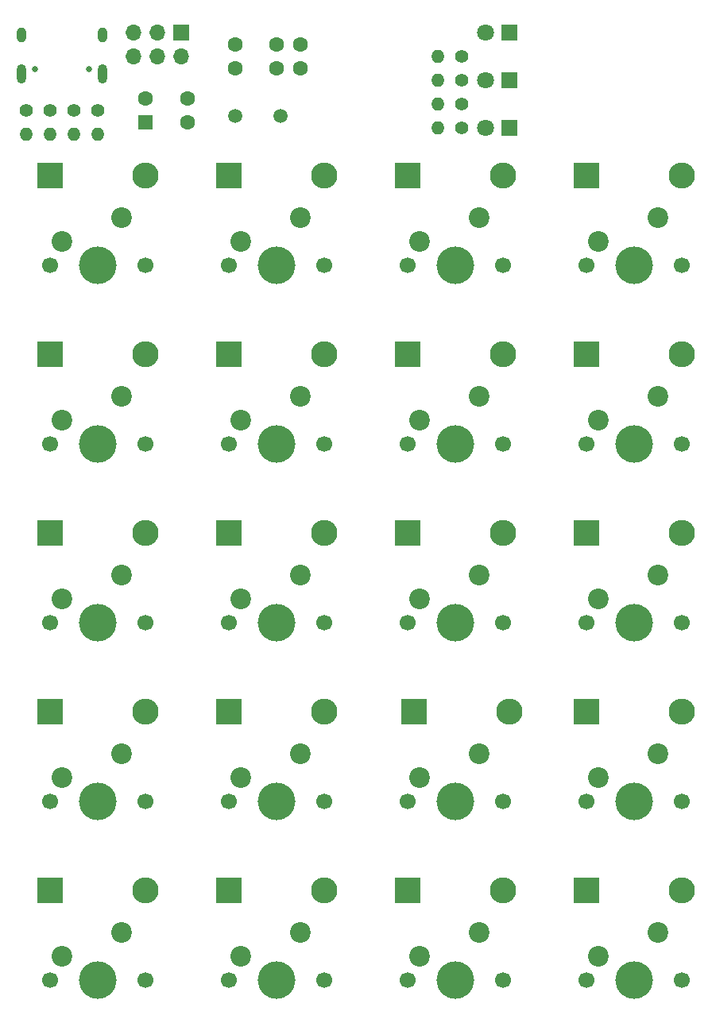
<source format=gbs>
G04 #@! TF.GenerationSoftware,KiCad,Pcbnew,(5.1.10)-1*
G04 #@! TF.CreationDate,2021-12-06T16:20:35+09:00*
G04 #@! TF.ProjectId,20keypad,32306b65-7970-4616-942e-6b696361645f,rev?*
G04 #@! TF.SameCoordinates,Original*
G04 #@! TF.FileFunction,Soldermask,Bot*
G04 #@! TF.FilePolarity,Negative*
%FSLAX46Y46*%
G04 Gerber Fmt 4.6, Leading zero omitted, Abs format (unit mm)*
G04 Created by KiCad (PCBNEW (5.1.10)-1) date 2021-12-06 16:20:35*
%MOMM*%
%LPD*%
G01*
G04 APERTURE LIST*
%ADD10C,1.800000*%
%ADD11R,1.800000X1.800000*%
%ADD12O,1.400000X1.400000*%
%ADD13C,1.400000*%
%ADD14C,1.700000*%
%ADD15C,4.000000*%
%ADD16C,2.200000*%
%ADD17O,2.800000X2.800000*%
%ADD18R,2.800000X2.800000*%
%ADD19C,1.600000*%
%ADD20R,1.600000X1.600000*%
%ADD21O,1.000000X2.100000*%
%ADD22C,0.650000*%
%ADD23O,1.000000X1.600000*%
%ADD24C,1.500000*%
%ADD25O,1.700000X1.700000*%
%ADD26R,1.700000X1.700000*%
G04 APERTURE END LIST*
D10*
X76200000Y-35560000D03*
D11*
X78740000Y-35560000D03*
D10*
X76200000Y-40640000D03*
D11*
X78740000Y-40640000D03*
D10*
X76200000Y-45720000D03*
D11*
X78740000Y-45720000D03*
D12*
X71120000Y-40640000D03*
D13*
X73660000Y-40640000D03*
D12*
X71120000Y-43180000D03*
D13*
X73660000Y-43180000D03*
D12*
X71120000Y-45720000D03*
D13*
X73660000Y-45720000D03*
D14*
X40005000Y-136525000D03*
X29845000Y-136525000D03*
D15*
X34925000Y-136525000D03*
D16*
X31115000Y-133985000D03*
X37465000Y-131445000D03*
D14*
X59055000Y-136525000D03*
X48895000Y-136525000D03*
D15*
X53975000Y-136525000D03*
D16*
X50165000Y-133985000D03*
X56515000Y-131445000D03*
D14*
X78105000Y-136525000D03*
X67945000Y-136525000D03*
D15*
X73025000Y-136525000D03*
D16*
X69215000Y-133985000D03*
X75565000Y-131445000D03*
D14*
X97155000Y-136525000D03*
X86995000Y-136525000D03*
D15*
X92075000Y-136525000D03*
D16*
X88265000Y-133985000D03*
X94615000Y-131445000D03*
D14*
X40005000Y-117475000D03*
X29845000Y-117475000D03*
D15*
X34925000Y-117475000D03*
D16*
X31115000Y-114935000D03*
X37465000Y-112395000D03*
D14*
X59055000Y-117475000D03*
X48895000Y-117475000D03*
D15*
X53975000Y-117475000D03*
D16*
X50165000Y-114935000D03*
X56515000Y-112395000D03*
D14*
X78105000Y-117475000D03*
X67945000Y-117475000D03*
D15*
X73025000Y-117475000D03*
D16*
X69215000Y-114935000D03*
X75565000Y-112395000D03*
D14*
X97155000Y-117475000D03*
X86995000Y-117475000D03*
D15*
X92075000Y-117475000D03*
D16*
X88265000Y-114935000D03*
X94615000Y-112395000D03*
D14*
X40005000Y-98425000D03*
X29845000Y-98425000D03*
D15*
X34925000Y-98425000D03*
D16*
X31115000Y-95885000D03*
X37465000Y-93345000D03*
D14*
X59055000Y-98425000D03*
X48895000Y-98425000D03*
D15*
X53975000Y-98425000D03*
D16*
X50165000Y-95885000D03*
X56515000Y-93345000D03*
D14*
X78105000Y-98425000D03*
X67945000Y-98425000D03*
D15*
X73025000Y-98425000D03*
D16*
X69215000Y-95885000D03*
X75565000Y-93345000D03*
D14*
X97155000Y-98425000D03*
X86995000Y-98425000D03*
D15*
X92075000Y-98425000D03*
D16*
X88265000Y-95885000D03*
X94615000Y-93345000D03*
D14*
X40005000Y-79375000D03*
X29845000Y-79375000D03*
D15*
X34925000Y-79375000D03*
D16*
X31115000Y-76835000D03*
X37465000Y-74295000D03*
D14*
X59055000Y-79375000D03*
X48895000Y-79375000D03*
D15*
X53975000Y-79375000D03*
D16*
X50165000Y-76835000D03*
X56515000Y-74295000D03*
D14*
X78105000Y-79375000D03*
X67945000Y-79375000D03*
D15*
X73025000Y-79375000D03*
D16*
X69215000Y-76835000D03*
X75565000Y-74295000D03*
D14*
X97155000Y-79375000D03*
X86995000Y-79375000D03*
D15*
X92075000Y-79375000D03*
D16*
X88265000Y-76835000D03*
X94615000Y-74295000D03*
D14*
X40005000Y-60325000D03*
X29845000Y-60325000D03*
D15*
X34925000Y-60325000D03*
D16*
X31115000Y-57785000D03*
X37465000Y-55245000D03*
D14*
X59055000Y-60325000D03*
X48895000Y-60325000D03*
D15*
X53975000Y-60325000D03*
D16*
X50165000Y-57785000D03*
X56515000Y-55245000D03*
D14*
X78105000Y-60325000D03*
X67945000Y-60325000D03*
D15*
X73025000Y-60325000D03*
D16*
X69215000Y-57785000D03*
X75565000Y-55245000D03*
D14*
X97155000Y-60325000D03*
X86995000Y-60325000D03*
D15*
X92075000Y-60325000D03*
D16*
X88265000Y-57785000D03*
X94615000Y-55245000D03*
D17*
X40005000Y-127000000D03*
D18*
X29845000Y-127000000D03*
D17*
X59055000Y-127000000D03*
D18*
X48895000Y-127000000D03*
D17*
X78105000Y-127000000D03*
D18*
X67945000Y-127000000D03*
D17*
X97155000Y-127000000D03*
D18*
X86995000Y-127000000D03*
D17*
X40005000Y-107950000D03*
D18*
X29845000Y-107950000D03*
D17*
X59055000Y-107950000D03*
D18*
X48895000Y-107950000D03*
D17*
X78740000Y-107950000D03*
D18*
X68580000Y-107950000D03*
D17*
X97155000Y-107950000D03*
D18*
X86995000Y-107950000D03*
D17*
X40005000Y-88900000D03*
D18*
X29845000Y-88900000D03*
D17*
X59055000Y-88900000D03*
D18*
X48895000Y-88900000D03*
D17*
X78105000Y-88900000D03*
D18*
X67945000Y-88900000D03*
D17*
X97155000Y-88900000D03*
D18*
X86995000Y-88900000D03*
D17*
X40005000Y-69850000D03*
D18*
X29845000Y-69850000D03*
D17*
X59055000Y-69850000D03*
D18*
X48895000Y-69850000D03*
D17*
X78105000Y-69850000D03*
D18*
X67945000Y-69850000D03*
D17*
X97155000Y-69850000D03*
D18*
X86995000Y-69850000D03*
D17*
X40005000Y-50800000D03*
D18*
X29845000Y-50800000D03*
D17*
X59055000Y-50800000D03*
D18*
X48895000Y-50800000D03*
D17*
X78105000Y-50800000D03*
D18*
X67945000Y-50800000D03*
D17*
X97155000Y-50800000D03*
D18*
X86995000Y-50800000D03*
D19*
X44450000Y-42585000D03*
X44450000Y-45085000D03*
X40005000Y-42585000D03*
D20*
X40005000Y-45085000D03*
D21*
X26795000Y-39960000D03*
X35435000Y-39960000D03*
D22*
X34005000Y-39430000D03*
D23*
X35435000Y-35780000D03*
D22*
X28225000Y-39430000D03*
D23*
X26795000Y-35780000D03*
D24*
X54410000Y-44450000D03*
X49530000Y-44450000D03*
D12*
X71120000Y-38100000D03*
D13*
X73660000Y-38100000D03*
D12*
X29845000Y-46355000D03*
D13*
X29845000Y-43815000D03*
D12*
X32385000Y-46355000D03*
D13*
X32385000Y-43815000D03*
D12*
X34925000Y-46355000D03*
D13*
X34925000Y-43815000D03*
D12*
X27305000Y-46355000D03*
D13*
X27305000Y-43815000D03*
D25*
X38735000Y-38100000D03*
X38735000Y-35560000D03*
X41275000Y-38100000D03*
X41275000Y-35560000D03*
X43815000Y-38100000D03*
D26*
X43815000Y-35560000D03*
D19*
X49530000Y-39330000D03*
X49530000Y-36830000D03*
X53975000Y-39370000D03*
X56475000Y-39370000D03*
X53975000Y-36830000D03*
X56475000Y-36830000D03*
M02*

</source>
